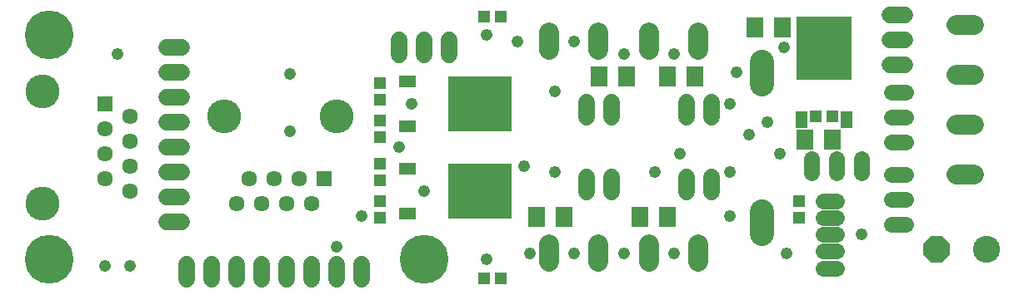
<source format=gbs>
G75*
%MOIN*%
%OFA0B0*%
%FSLAX24Y24*%
%IPPOS*%
%LPD*%
%AMOC8*
5,1,8,0,0,1.08239X$1,22.5*
%
%ADD10C,0.1955*%
%ADD11C,0.1080*%
%ADD12OC8,0.1080*%
%ADD13R,0.0710X0.0789*%
%ADD14C,0.0965*%
%ADD15C,0.0640*%
%ADD16C,0.0680*%
%ADD17R,0.0513X0.0474*%
%ADD18R,0.0474X0.0513*%
%ADD19R,0.2521X0.2206*%
%ADD20R,0.0710X0.0474*%
%ADD21C,0.0634*%
%ADD22R,0.0634X0.0634*%
%ADD23C,0.1360*%
%ADD24C,0.0785*%
%ADD25C,0.0634*%
%ADD26R,0.2206X0.2521*%
%ADD27R,0.0474X0.0710*%
%ADD28C,0.0476*%
D10*
X003454Y001883D03*
X018454Y001883D03*
X003454Y010883D03*
D11*
X040954Y002283D03*
D12*
X038954Y002283D03*
D13*
X028205Y003583D03*
X027103Y003583D03*
X024055Y003583D03*
X022953Y003583D03*
X033703Y006683D03*
X034805Y006683D03*
X029305Y009233D03*
X028203Y009233D03*
X026555Y009233D03*
X025453Y009233D03*
X031703Y011183D03*
X032805Y011183D03*
D14*
X031954Y009826D02*
X031954Y008941D01*
X031954Y003826D02*
X031954Y002941D01*
D15*
X037174Y003283D02*
X037734Y003283D01*
X037734Y004283D02*
X037174Y004283D01*
X037174Y005283D02*
X037734Y005283D01*
X035954Y005353D02*
X035954Y005913D01*
X034954Y005913D02*
X034954Y005353D01*
X033954Y005353D02*
X033954Y005913D01*
X037174Y006583D02*
X037734Y006583D01*
X037734Y007583D02*
X037174Y007583D01*
X037174Y008583D02*
X037734Y008583D01*
D16*
X037704Y009683D02*
X037104Y009683D01*
X037104Y010683D02*
X037704Y010683D01*
X037704Y011683D02*
X037104Y011683D01*
X029954Y008183D02*
X029954Y007583D01*
X028954Y007583D02*
X028954Y008183D01*
X025954Y008183D02*
X025954Y007583D01*
X024954Y007583D02*
X024954Y008183D01*
X019454Y010083D02*
X019454Y010683D01*
X018454Y010683D02*
X018454Y010083D01*
X017454Y010083D02*
X017454Y010683D01*
X008754Y010383D02*
X008154Y010383D01*
X008154Y009383D02*
X008754Y009383D01*
X008754Y008383D02*
X008154Y008383D01*
X008154Y007383D02*
X008754Y007383D01*
X008754Y006383D02*
X008154Y006383D01*
X008154Y005383D02*
X008754Y005383D01*
X008754Y004383D02*
X008154Y004383D01*
X008154Y003383D02*
X008754Y003383D01*
X008954Y001683D02*
X008954Y001083D01*
X009954Y001083D02*
X009954Y001683D01*
X010954Y001683D02*
X010954Y001083D01*
X011954Y001083D02*
X011954Y001683D01*
X012954Y001683D02*
X012954Y001083D01*
X013954Y001083D02*
X013954Y001683D01*
X014954Y001683D02*
X014954Y001083D01*
X015954Y001083D02*
X015954Y001683D01*
X024954Y004583D02*
X024954Y005183D01*
X025954Y005183D02*
X025954Y004583D01*
X028954Y004583D02*
X028954Y005183D01*
X029954Y005183D02*
X029954Y004583D01*
D17*
X033454Y004218D03*
X033454Y003549D03*
X034119Y007633D03*
X034788Y007633D03*
X016704Y007468D03*
X016704Y006799D03*
X016704Y005718D03*
X016704Y005049D03*
X016704Y004218D03*
X016704Y003549D03*
X016704Y008299D03*
X016704Y008968D03*
D18*
X020869Y011633D03*
X021538Y011633D03*
X021538Y001133D03*
X020869Y001133D03*
D19*
X020688Y004633D03*
X020688Y008133D03*
D20*
X017814Y007236D03*
X017814Y005531D03*
X017814Y003736D03*
X017814Y009031D03*
D21*
X013454Y005133D03*
X012454Y005133D03*
X011454Y005133D03*
X011954Y004133D03*
X012954Y004133D03*
X013954Y004133D03*
X010954Y004133D03*
X006704Y004633D03*
X005704Y005133D03*
X006704Y005633D03*
X005704Y006133D03*
X006704Y006633D03*
X005704Y007133D03*
X006704Y007633D03*
D22*
X005704Y008133D03*
X014454Y005133D03*
D23*
X014954Y007633D03*
X010454Y007633D03*
X003204Y008633D03*
X003204Y004133D03*
D24*
X023470Y002486D02*
X023470Y001781D01*
X025438Y001781D02*
X025438Y002486D01*
X027470Y002486D02*
X027470Y001781D01*
X029438Y001781D02*
X029438Y002486D01*
X039751Y005283D02*
X040456Y005283D01*
X040456Y007283D02*
X039751Y007283D01*
X039751Y009283D02*
X040456Y009283D01*
X040456Y011283D02*
X039751Y011283D01*
X029438Y010986D02*
X029438Y010281D01*
X027470Y010281D02*
X027470Y010986D01*
X025438Y010986D02*
X025438Y010281D01*
X023470Y010281D02*
X023470Y010986D01*
D25*
X034427Y004223D02*
X034981Y004223D01*
X034981Y003553D02*
X034427Y003553D01*
X034427Y002883D02*
X034981Y002883D01*
X034981Y002213D02*
X034427Y002213D01*
X034427Y001543D02*
X034981Y001543D01*
D26*
X034454Y010368D03*
D27*
X035351Y007494D03*
X033556Y007494D03*
D28*
X032204Y007383D03*
X031454Y006883D03*
X032704Y006133D03*
X030704Y005383D03*
X028704Y006133D03*
X027704Y005383D03*
X023704Y005383D03*
X022454Y005633D03*
X018454Y004633D03*
X015954Y003633D03*
X014954Y002383D03*
X020954Y001883D03*
X022704Y002133D03*
X024454Y002133D03*
X026454Y002133D03*
X028454Y002133D03*
X030704Y003633D03*
X032954Y002133D03*
X035954Y002883D03*
X030704Y008133D03*
X030954Y009383D03*
X032854Y010383D03*
X028454Y010133D03*
X026454Y010133D03*
X024454Y010633D03*
X022204Y010633D03*
X020954Y010883D03*
X023704Y008633D03*
X017954Y008133D03*
X013104Y007033D03*
X017454Y006383D03*
X013104Y009333D03*
X006204Y010133D03*
X006704Y001633D03*
X005704Y001633D03*
M02*

</source>
